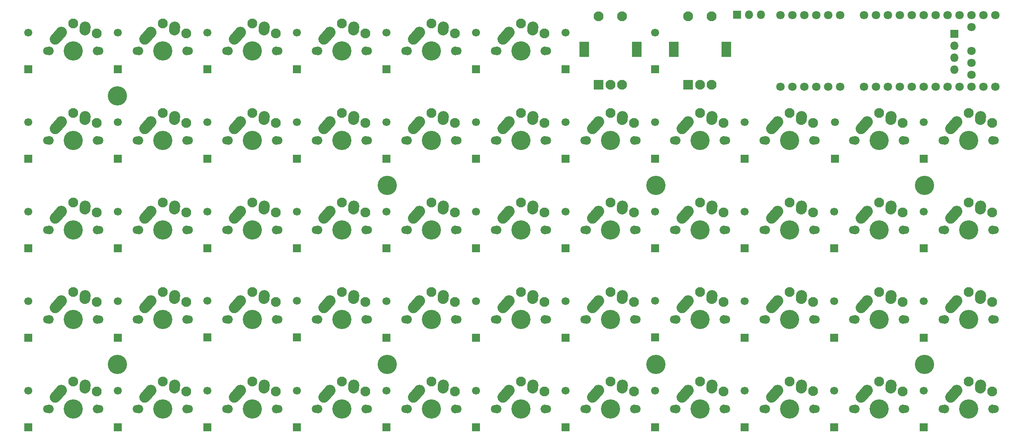
<source format=gbr>
%TF.GenerationSoftware,KiCad,Pcbnew,(5.1.6)-1*%
%TF.CreationDate,2020-06-27T17:36:21-05:00*%
%TF.ProjectId,DTM,44544d2e-6b69-4636-9164-5f7063625858,rev?*%
%TF.SameCoordinates,Original*%
%TF.FileFunction,Soldermask,Top*%
%TF.FilePolarity,Negative*%
%FSLAX46Y46*%
G04 Gerber Fmt 4.6, Leading zero omitted, Abs format (unit mm)*
G04 Created by KiCad (PCBNEW (5.1.6)-1) date 2020-06-27 17:36:21*
%MOMM*%
%LPD*%
G01*
G04 APERTURE LIST*
%ADD10C,1.800000*%
%ADD11C,2.100000*%
%ADD12C,1.850000*%
%ADD13C,2.350000*%
%ADD14C,4.087800*%
%ADD15C,4.100000*%
%ADD16O,1.800000X1.800000*%
%ADD17R,1.800000X1.800000*%
%ADD18R,1.700000X1.700000*%
%ADD19C,1.700000*%
%ADD20R,2.100000X2.100000*%
%ADD21R,2.100000X3.300000*%
G04 APERTURE END LIST*
D10*
%TO.C,K34*%
X112656250Y-85725000D03*
X101656250Y-85725000D03*
D11*
X107156250Y-79825000D03*
X112156250Y-81925000D03*
D12*
X112236250Y-85725000D03*
X102076250Y-85725000D03*
D13*
X104656250Y-81725000D03*
D14*
X107156250Y-85725000D03*
G36*
G01*
X102561546Y-84059566D02*
X102561547Y-84059566D01*
G75*
G02*
X102471684Y-82400297I784703J874566D01*
G01*
X103781674Y-80940289D01*
G75*
G02*
X105440943Y-80850426I874566J-784703D01*
G01*
X105440943Y-80850426D01*
G75*
G02*
X105530806Y-82509695I-784703J-874566D01*
G01*
X104220816Y-83969703D01*
G75*
G02*
X102561547Y-84059566I-874566J784703D01*
G01*
G37*
D13*
X109696250Y-80645000D03*
G36*
G01*
X109576332Y-82397279D02*
X109576332Y-82397279D01*
G75*
G02*
X108483971Y-81145082I79918J1172279D01*
G01*
X108523513Y-80565050D01*
G75*
G02*
X109775710Y-79472689I1172279J-79918D01*
G01*
X109775710Y-79472689D01*
G75*
G02*
X110868071Y-80724886I-79918J-1172279D01*
G01*
X110828529Y-81304918D01*
G75*
G02*
X109576332Y-82397279I-1172279J79918D01*
G01*
G37*
%TD*%
D10*
%TO.C,K14*%
X150756250Y-47625000D03*
X139756250Y-47625000D03*
D11*
X145256250Y-41725000D03*
X150256250Y-43825000D03*
D12*
X150336250Y-47625000D03*
X140176250Y-47625000D03*
D13*
X142756250Y-43625000D03*
D14*
X145256250Y-47625000D03*
G36*
G01*
X140661546Y-45959566D02*
X140661547Y-45959566D01*
G75*
G02*
X140571684Y-44300297I784703J874566D01*
G01*
X141881674Y-42840289D01*
G75*
G02*
X143540943Y-42750426I874566J-784703D01*
G01*
X143540943Y-42750426D01*
G75*
G02*
X143630806Y-44409695I-784703J-874566D01*
G01*
X142320816Y-45869703D01*
G75*
G02*
X140661547Y-45959566I-874566J784703D01*
G01*
G37*
D13*
X147796250Y-42545000D03*
G36*
G01*
X147676332Y-44297279D02*
X147676332Y-44297279D01*
G75*
G02*
X146583971Y-43045082I79918J1172279D01*
G01*
X146623513Y-42465050D01*
G75*
G02*
X147875710Y-41372689I1172279J-79918D01*
G01*
X147875710Y-41372689D01*
G75*
G02*
X148968071Y-42624886I-79918J-1172279D01*
G01*
X148928529Y-43204918D01*
G75*
G02*
X147676332Y-44297279I-1172279J79918D01*
G01*
G37*
%TD*%
D15*
%TO.C,H8*%
X173990000Y-95250000D03*
%TD*%
%TO.C,H7*%
X173990000Y-57150000D03*
%TD*%
%TO.C,H6*%
X116840000Y-95250000D03*
%TD*%
%TO.C,H5*%
X116840000Y-57150000D03*
%TD*%
%TO.C,H4*%
X231140000Y-57150000D03*
%TD*%
%TO.C,H3*%
X231140000Y-95250000D03*
%TD*%
%TO.C,H2*%
X59436000Y-38100000D03*
%TD*%
%TO.C,H1*%
X59436000Y-95250000D03*
%TD*%
D10*
%TO.C,K18*%
X226956250Y-47625000D03*
X215956250Y-47625000D03*
D11*
X221456250Y-41725000D03*
X226456250Y-43825000D03*
D12*
X226536250Y-47625000D03*
X216376250Y-47625000D03*
D13*
X218956250Y-43625000D03*
D14*
X221456250Y-47625000D03*
G36*
G01*
X216861546Y-45959566D02*
X216861547Y-45959566D01*
G75*
G02*
X216771684Y-44300297I784703J874566D01*
G01*
X218081674Y-42840289D01*
G75*
G02*
X219740943Y-42750426I874566J-784703D01*
G01*
X219740943Y-42750426D01*
G75*
G02*
X219830806Y-44409695I-784703J-874566D01*
G01*
X218520816Y-45869703D01*
G75*
G02*
X216861547Y-45959566I-874566J784703D01*
G01*
G37*
D13*
X223996250Y-42545000D03*
G36*
G01*
X223876332Y-44297279D02*
X223876332Y-44297279D01*
G75*
G02*
X222783971Y-43045082I79918J1172279D01*
G01*
X222823513Y-42465050D01*
G75*
G02*
X224075710Y-41372689I1172279J-79918D01*
G01*
X224075710Y-41372689D01*
G75*
G02*
X225168071Y-42624886I-79918J-1172279D01*
G01*
X225128529Y-43204918D01*
G75*
G02*
X223876332Y-44297279I-1172279J79918D01*
G01*
G37*
%TD*%
D10*
%TO.C,U1*%
X246231250Y-20960000D03*
X243691250Y-36175000D03*
X246231250Y-36175000D03*
X241151250Y-33635000D03*
X241151250Y-36175000D03*
X238611250Y-36175000D03*
X236071250Y-36175000D03*
X233531250Y-36175000D03*
X241151250Y-31095000D03*
X241151250Y-28555000D03*
X230991250Y-36175000D03*
X228451250Y-36175000D03*
X225911250Y-36175000D03*
X223371250Y-36175000D03*
X220831250Y-36175000D03*
X218291250Y-36175000D03*
X210671250Y-36175000D03*
X205591250Y-36175000D03*
X203051250Y-36175000D03*
X208131250Y-36175000D03*
X200511250Y-36175000D03*
X213211250Y-36175000D03*
X243691250Y-20960000D03*
X241151250Y-20960000D03*
X236071250Y-20960000D03*
X241151250Y-23500000D03*
X238611250Y-20960000D03*
X233531250Y-20960000D03*
X230991250Y-20960000D03*
X228451250Y-20960000D03*
X223371250Y-20960000D03*
X220831250Y-20960000D03*
X225911250Y-20960000D03*
X218291250Y-20960000D03*
X210671250Y-20960000D03*
X213211250Y-20960000D03*
X205591250Y-20960000D03*
X208131250Y-20960000D03*
X203051250Y-20960000D03*
X200511250Y-20960000D03*
%TD*%
D16*
%TO.C,RGB1*%
X196342000Y-20828000D03*
X193802000Y-20828000D03*
D17*
X191262000Y-20828000D03*
%TD*%
D10*
%TO.C,K52*%
X246006250Y-104775000D03*
X235006250Y-104775000D03*
D11*
X240506250Y-98875000D03*
X245506250Y-100975000D03*
D12*
X245586250Y-104775000D03*
X235426250Y-104775000D03*
D13*
X238006250Y-100775000D03*
D14*
X240506250Y-104775000D03*
G36*
G01*
X235911546Y-103109566D02*
X235911547Y-103109566D01*
G75*
G02*
X235821684Y-101450297I784703J874566D01*
G01*
X237131674Y-99990289D01*
G75*
G02*
X238790943Y-99900426I874566J-784703D01*
G01*
X238790943Y-99900426D01*
G75*
G02*
X238880806Y-101559695I-784703J-874566D01*
G01*
X237570816Y-103019703D01*
G75*
G02*
X235911547Y-103109566I-874566J784703D01*
G01*
G37*
D13*
X243046250Y-99695000D03*
G36*
G01*
X242926332Y-101447279D02*
X242926332Y-101447279D01*
G75*
G02*
X241833971Y-100195082I79918J1172279D01*
G01*
X241873513Y-99615050D01*
G75*
G02*
X243125710Y-98522689I1172279J-79918D01*
G01*
X243125710Y-98522689D01*
G75*
G02*
X244218071Y-99774886I-79918J-1172279D01*
G01*
X244178529Y-100354918D01*
G75*
G02*
X242926332Y-101447279I-1172279J79918D01*
G01*
G37*
%TD*%
D10*
%TO.C,K51*%
X226956250Y-104775000D03*
X215956250Y-104775000D03*
D11*
X221456250Y-98875000D03*
X226456250Y-100975000D03*
D12*
X226536250Y-104775000D03*
X216376250Y-104775000D03*
D13*
X218956250Y-100775000D03*
D14*
X221456250Y-104775000D03*
G36*
G01*
X216861546Y-103109566D02*
X216861547Y-103109566D01*
G75*
G02*
X216771684Y-101450297I784703J874566D01*
G01*
X218081674Y-99990289D01*
G75*
G02*
X219740943Y-99900426I874566J-784703D01*
G01*
X219740943Y-99900426D01*
G75*
G02*
X219830806Y-101559695I-784703J-874566D01*
G01*
X218520816Y-103019703D01*
G75*
G02*
X216861547Y-103109566I-874566J784703D01*
G01*
G37*
D13*
X223996250Y-99695000D03*
G36*
G01*
X223876332Y-101447279D02*
X223876332Y-101447279D01*
G75*
G02*
X222783971Y-100195082I79918J1172279D01*
G01*
X222823513Y-99615050D01*
G75*
G02*
X224075710Y-98522689I1172279J-79918D01*
G01*
X224075710Y-98522689D01*
G75*
G02*
X225168071Y-99774886I-79918J-1172279D01*
G01*
X225128529Y-100354918D01*
G75*
G02*
X223876332Y-101447279I-1172279J79918D01*
G01*
G37*
%TD*%
D10*
%TO.C,K50*%
X207906250Y-104768751D03*
X196906250Y-104768751D03*
D11*
X202406250Y-98868751D03*
X207406250Y-100968751D03*
D12*
X207486250Y-104768751D03*
X197326250Y-104768751D03*
D13*
X199906250Y-100768751D03*
D14*
X202406250Y-104768751D03*
G36*
G01*
X197811546Y-103103317D02*
X197811547Y-103103317D01*
G75*
G02*
X197721684Y-101444048I784703J874566D01*
G01*
X199031674Y-99984040D01*
G75*
G02*
X200690943Y-99894177I874566J-784703D01*
G01*
X200690943Y-99894177D01*
G75*
G02*
X200780806Y-101553446I-784703J-874566D01*
G01*
X199470816Y-103013454D01*
G75*
G02*
X197811547Y-103103317I-874566J784703D01*
G01*
G37*
D13*
X204946250Y-99688751D03*
G36*
G01*
X204826332Y-101441030D02*
X204826332Y-101441030D01*
G75*
G02*
X203733971Y-100188833I79918J1172279D01*
G01*
X203773513Y-99608801D01*
G75*
G02*
X205025710Y-98516440I1172279J-79918D01*
G01*
X205025710Y-98516440D01*
G75*
G02*
X206118071Y-99768637I-79918J-1172279D01*
G01*
X206078529Y-100348669D01*
G75*
G02*
X204826332Y-101441030I-1172279J79918D01*
G01*
G37*
%TD*%
D10*
%TO.C,K49*%
X188856250Y-104775000D03*
X177856250Y-104775000D03*
D11*
X183356250Y-98875000D03*
X188356250Y-100975000D03*
D12*
X188436250Y-104775000D03*
X178276250Y-104775000D03*
D13*
X180856250Y-100775000D03*
D14*
X183356250Y-104775000D03*
G36*
G01*
X178761546Y-103109566D02*
X178761547Y-103109566D01*
G75*
G02*
X178671684Y-101450297I784703J874566D01*
G01*
X179981674Y-99990289D01*
G75*
G02*
X181640943Y-99900426I874566J-784703D01*
G01*
X181640943Y-99900426D01*
G75*
G02*
X181730806Y-101559695I-784703J-874566D01*
G01*
X180420816Y-103019703D01*
G75*
G02*
X178761547Y-103109566I-874566J784703D01*
G01*
G37*
D13*
X185896250Y-99695000D03*
G36*
G01*
X185776332Y-101447279D02*
X185776332Y-101447279D01*
G75*
G02*
X184683971Y-100195082I79918J1172279D01*
G01*
X184723513Y-99615050D01*
G75*
G02*
X185975710Y-98522689I1172279J-79918D01*
G01*
X185975710Y-98522689D01*
G75*
G02*
X187068071Y-99774886I-79918J-1172279D01*
G01*
X187028529Y-100354918D01*
G75*
G02*
X185776332Y-101447279I-1172279J79918D01*
G01*
G37*
%TD*%
D10*
%TO.C,K48*%
X169806250Y-104775000D03*
X158806250Y-104775000D03*
D11*
X164306250Y-98875000D03*
X169306250Y-100975000D03*
D12*
X169386250Y-104775000D03*
X159226250Y-104775000D03*
D13*
X161806250Y-100775000D03*
D14*
X164306250Y-104775000D03*
G36*
G01*
X159711546Y-103109566D02*
X159711547Y-103109566D01*
G75*
G02*
X159621684Y-101450297I784703J874566D01*
G01*
X160931674Y-99990289D01*
G75*
G02*
X162590943Y-99900426I874566J-784703D01*
G01*
X162590943Y-99900426D01*
G75*
G02*
X162680806Y-101559695I-784703J-874566D01*
G01*
X161370816Y-103019703D01*
G75*
G02*
X159711547Y-103109566I-874566J784703D01*
G01*
G37*
D13*
X166846250Y-99695000D03*
G36*
G01*
X166726332Y-101447279D02*
X166726332Y-101447279D01*
G75*
G02*
X165633971Y-100195082I79918J1172279D01*
G01*
X165673513Y-99615050D01*
G75*
G02*
X166925710Y-98522689I1172279J-79918D01*
G01*
X166925710Y-98522689D01*
G75*
G02*
X168018071Y-99774886I-79918J-1172279D01*
G01*
X167978529Y-100354918D01*
G75*
G02*
X166726332Y-101447279I-1172279J79918D01*
G01*
G37*
%TD*%
D10*
%TO.C,K47*%
X150756250Y-104775000D03*
X139756250Y-104775000D03*
D11*
X145256250Y-98875000D03*
X150256250Y-100975000D03*
D12*
X150336250Y-104775000D03*
X140176250Y-104775000D03*
D13*
X142756250Y-100775000D03*
D14*
X145256250Y-104775000D03*
G36*
G01*
X140661546Y-103109566D02*
X140661547Y-103109566D01*
G75*
G02*
X140571684Y-101450297I784703J874566D01*
G01*
X141881674Y-99990289D01*
G75*
G02*
X143540943Y-99900426I874566J-784703D01*
G01*
X143540943Y-99900426D01*
G75*
G02*
X143630806Y-101559695I-784703J-874566D01*
G01*
X142320816Y-103019703D01*
G75*
G02*
X140661547Y-103109566I-874566J784703D01*
G01*
G37*
D13*
X147796250Y-99695000D03*
G36*
G01*
X147676332Y-101447279D02*
X147676332Y-101447279D01*
G75*
G02*
X146583971Y-100195082I79918J1172279D01*
G01*
X146623513Y-99615050D01*
G75*
G02*
X147875710Y-98522689I1172279J-79918D01*
G01*
X147875710Y-98522689D01*
G75*
G02*
X148968071Y-99774886I-79918J-1172279D01*
G01*
X148928529Y-100354918D01*
G75*
G02*
X147676332Y-101447279I-1172279J79918D01*
G01*
G37*
%TD*%
D10*
%TO.C,K46*%
X131706250Y-104775000D03*
X120706250Y-104775000D03*
D11*
X126206250Y-98875000D03*
X131206250Y-100975000D03*
D12*
X131286250Y-104775000D03*
X121126250Y-104775000D03*
D13*
X123706250Y-100775000D03*
D14*
X126206250Y-104775000D03*
G36*
G01*
X121611546Y-103109566D02*
X121611547Y-103109566D01*
G75*
G02*
X121521684Y-101450297I784703J874566D01*
G01*
X122831674Y-99990289D01*
G75*
G02*
X124490943Y-99900426I874566J-784703D01*
G01*
X124490943Y-99900426D01*
G75*
G02*
X124580806Y-101559695I-784703J-874566D01*
G01*
X123270816Y-103019703D01*
G75*
G02*
X121611547Y-103109566I-874566J784703D01*
G01*
G37*
D13*
X128746250Y-99695000D03*
G36*
G01*
X128626332Y-101447279D02*
X128626332Y-101447279D01*
G75*
G02*
X127533971Y-100195082I79918J1172279D01*
G01*
X127573513Y-99615050D01*
G75*
G02*
X128825710Y-98522689I1172279J-79918D01*
G01*
X128825710Y-98522689D01*
G75*
G02*
X129918071Y-99774886I-79918J-1172279D01*
G01*
X129878529Y-100354918D01*
G75*
G02*
X128626332Y-101447279I-1172279J79918D01*
G01*
G37*
%TD*%
D10*
%TO.C,K45*%
X112656250Y-104775000D03*
X101656250Y-104775000D03*
D11*
X107156250Y-98875000D03*
X112156250Y-100975000D03*
D12*
X112236250Y-104775000D03*
X102076250Y-104775000D03*
D13*
X104656250Y-100775000D03*
D14*
X107156250Y-104775000D03*
G36*
G01*
X102561546Y-103109566D02*
X102561547Y-103109566D01*
G75*
G02*
X102471684Y-101450297I784703J874566D01*
G01*
X103781674Y-99990289D01*
G75*
G02*
X105440943Y-99900426I874566J-784703D01*
G01*
X105440943Y-99900426D01*
G75*
G02*
X105530806Y-101559695I-784703J-874566D01*
G01*
X104220816Y-103019703D01*
G75*
G02*
X102561547Y-103109566I-874566J784703D01*
G01*
G37*
D13*
X109696250Y-99695000D03*
G36*
G01*
X109576332Y-101447279D02*
X109576332Y-101447279D01*
G75*
G02*
X108483971Y-100195082I79918J1172279D01*
G01*
X108523513Y-99615050D01*
G75*
G02*
X109775710Y-98522689I1172279J-79918D01*
G01*
X109775710Y-98522689D01*
G75*
G02*
X110868071Y-99774886I-79918J-1172279D01*
G01*
X110828529Y-100354918D01*
G75*
G02*
X109576332Y-101447279I-1172279J79918D01*
G01*
G37*
%TD*%
D10*
%TO.C,K44*%
X93606250Y-104775000D03*
X82606250Y-104775000D03*
D11*
X88106250Y-98875000D03*
X93106250Y-100975000D03*
D12*
X93186250Y-104775000D03*
X83026250Y-104775000D03*
D13*
X85606250Y-100775000D03*
D14*
X88106250Y-104775000D03*
G36*
G01*
X83511546Y-103109566D02*
X83511547Y-103109566D01*
G75*
G02*
X83421684Y-101450297I784703J874566D01*
G01*
X84731674Y-99990289D01*
G75*
G02*
X86390943Y-99900426I874566J-784703D01*
G01*
X86390943Y-99900426D01*
G75*
G02*
X86480806Y-101559695I-784703J-874566D01*
G01*
X85170816Y-103019703D01*
G75*
G02*
X83511547Y-103109566I-874566J784703D01*
G01*
G37*
D13*
X90646250Y-99695000D03*
G36*
G01*
X90526332Y-101447279D02*
X90526332Y-101447279D01*
G75*
G02*
X89433971Y-100195082I79918J1172279D01*
G01*
X89473513Y-99615050D01*
G75*
G02*
X90725710Y-98522689I1172279J-79918D01*
G01*
X90725710Y-98522689D01*
G75*
G02*
X91818071Y-99774886I-79918J-1172279D01*
G01*
X91778529Y-100354918D01*
G75*
G02*
X90526332Y-101447279I-1172279J79918D01*
G01*
G37*
%TD*%
D10*
%TO.C,K43*%
X74556250Y-104775000D03*
X63556250Y-104775000D03*
D11*
X69056250Y-98875000D03*
X74056250Y-100975000D03*
D12*
X74136250Y-104775000D03*
X63976250Y-104775000D03*
D13*
X66556250Y-100775000D03*
D14*
X69056250Y-104775000D03*
G36*
G01*
X64461546Y-103109566D02*
X64461547Y-103109566D01*
G75*
G02*
X64371684Y-101450297I784703J874566D01*
G01*
X65681674Y-99990289D01*
G75*
G02*
X67340943Y-99900426I874566J-784703D01*
G01*
X67340943Y-99900426D01*
G75*
G02*
X67430806Y-101559695I-784703J-874566D01*
G01*
X66120816Y-103019703D01*
G75*
G02*
X64461547Y-103109566I-874566J784703D01*
G01*
G37*
D13*
X71596250Y-99695000D03*
G36*
G01*
X71476332Y-101447279D02*
X71476332Y-101447279D01*
G75*
G02*
X70383971Y-100195082I79918J1172279D01*
G01*
X70423513Y-99615050D01*
G75*
G02*
X71675710Y-98522689I1172279J-79918D01*
G01*
X71675710Y-98522689D01*
G75*
G02*
X72768071Y-99774886I-79918J-1172279D01*
G01*
X72728529Y-100354918D01*
G75*
G02*
X71476332Y-101447279I-1172279J79918D01*
G01*
G37*
%TD*%
D10*
%TO.C,K42*%
X55506250Y-104775000D03*
X44506250Y-104775000D03*
D11*
X50006250Y-98875000D03*
X55006250Y-100975000D03*
D12*
X55086250Y-104775000D03*
X44926250Y-104775000D03*
D13*
X47506250Y-100775000D03*
D14*
X50006250Y-104775000D03*
G36*
G01*
X45411546Y-103109566D02*
X45411547Y-103109566D01*
G75*
G02*
X45321684Y-101450297I784703J874566D01*
G01*
X46631674Y-99990289D01*
G75*
G02*
X48290943Y-99900426I874566J-784703D01*
G01*
X48290943Y-99900426D01*
G75*
G02*
X48380806Y-101559695I-784703J-874566D01*
G01*
X47070816Y-103019703D01*
G75*
G02*
X45411547Y-103109566I-874566J784703D01*
G01*
G37*
D13*
X52546250Y-99695000D03*
G36*
G01*
X52426332Y-101447279D02*
X52426332Y-101447279D01*
G75*
G02*
X51333971Y-100195082I79918J1172279D01*
G01*
X51373513Y-99615050D01*
G75*
G02*
X52625710Y-98522689I1172279J-79918D01*
G01*
X52625710Y-98522689D01*
G75*
G02*
X53718071Y-99774886I-79918J-1172279D01*
G01*
X53678529Y-100354918D01*
G75*
G02*
X52426332Y-101447279I-1172279J79918D01*
G01*
G37*
%TD*%
D10*
%TO.C,K41*%
X246006250Y-85725000D03*
X235006250Y-85725000D03*
D11*
X240506250Y-79825000D03*
X245506250Y-81925000D03*
D12*
X245586250Y-85725000D03*
X235426250Y-85725000D03*
D13*
X238006250Y-81725000D03*
D14*
X240506250Y-85725000D03*
G36*
G01*
X235911546Y-84059566D02*
X235911547Y-84059566D01*
G75*
G02*
X235821684Y-82400297I784703J874566D01*
G01*
X237131674Y-80940289D01*
G75*
G02*
X238790943Y-80850426I874566J-784703D01*
G01*
X238790943Y-80850426D01*
G75*
G02*
X238880806Y-82509695I-784703J-874566D01*
G01*
X237570816Y-83969703D01*
G75*
G02*
X235911547Y-84059566I-874566J784703D01*
G01*
G37*
D13*
X243046250Y-80645000D03*
G36*
G01*
X242926332Y-82397279D02*
X242926332Y-82397279D01*
G75*
G02*
X241833971Y-81145082I79918J1172279D01*
G01*
X241873513Y-80565050D01*
G75*
G02*
X243125710Y-79472689I1172279J-79918D01*
G01*
X243125710Y-79472689D01*
G75*
G02*
X244218071Y-80724886I-79918J-1172279D01*
G01*
X244178529Y-81304918D01*
G75*
G02*
X242926332Y-82397279I-1172279J79918D01*
G01*
G37*
%TD*%
D10*
%TO.C,K40*%
X226956250Y-85725000D03*
X215956250Y-85725000D03*
D11*
X221456250Y-79825000D03*
X226456250Y-81925000D03*
D12*
X226536250Y-85725000D03*
X216376250Y-85725000D03*
D13*
X218956250Y-81725000D03*
D14*
X221456250Y-85725000D03*
G36*
G01*
X216861546Y-84059566D02*
X216861547Y-84059566D01*
G75*
G02*
X216771684Y-82400297I784703J874566D01*
G01*
X218081674Y-80940289D01*
G75*
G02*
X219740943Y-80850426I874566J-784703D01*
G01*
X219740943Y-80850426D01*
G75*
G02*
X219830806Y-82509695I-784703J-874566D01*
G01*
X218520816Y-83969703D01*
G75*
G02*
X216861547Y-84059566I-874566J784703D01*
G01*
G37*
D13*
X223996250Y-80645000D03*
G36*
G01*
X223876332Y-82397279D02*
X223876332Y-82397279D01*
G75*
G02*
X222783971Y-81145082I79918J1172279D01*
G01*
X222823513Y-80565050D01*
G75*
G02*
X224075710Y-79472689I1172279J-79918D01*
G01*
X224075710Y-79472689D01*
G75*
G02*
X225168071Y-80724886I-79918J-1172279D01*
G01*
X225128529Y-81304918D01*
G75*
G02*
X223876332Y-82397279I-1172279J79918D01*
G01*
G37*
%TD*%
D10*
%TO.C,K39*%
X207906250Y-85725000D03*
X196906250Y-85725000D03*
D11*
X202406250Y-79825000D03*
X207406250Y-81925000D03*
D12*
X207486250Y-85725000D03*
X197326250Y-85725000D03*
D13*
X199906250Y-81725000D03*
D14*
X202406250Y-85725000D03*
G36*
G01*
X197811546Y-84059566D02*
X197811547Y-84059566D01*
G75*
G02*
X197721684Y-82400297I784703J874566D01*
G01*
X199031674Y-80940289D01*
G75*
G02*
X200690943Y-80850426I874566J-784703D01*
G01*
X200690943Y-80850426D01*
G75*
G02*
X200780806Y-82509695I-784703J-874566D01*
G01*
X199470816Y-83969703D01*
G75*
G02*
X197811547Y-84059566I-874566J784703D01*
G01*
G37*
D13*
X204946250Y-80645000D03*
G36*
G01*
X204826332Y-82397279D02*
X204826332Y-82397279D01*
G75*
G02*
X203733971Y-81145082I79918J1172279D01*
G01*
X203773513Y-80565050D01*
G75*
G02*
X205025710Y-79472689I1172279J-79918D01*
G01*
X205025710Y-79472689D01*
G75*
G02*
X206118071Y-80724886I-79918J-1172279D01*
G01*
X206078529Y-81304918D01*
G75*
G02*
X204826332Y-82397279I-1172279J79918D01*
G01*
G37*
%TD*%
D10*
%TO.C,K38*%
X188856250Y-85725000D03*
X177856250Y-85725000D03*
D11*
X183356250Y-79825000D03*
X188356250Y-81925000D03*
D12*
X188436250Y-85725000D03*
X178276250Y-85725000D03*
D13*
X180856250Y-81725000D03*
D14*
X183356250Y-85725000D03*
G36*
G01*
X178761546Y-84059566D02*
X178761547Y-84059566D01*
G75*
G02*
X178671684Y-82400297I784703J874566D01*
G01*
X179981674Y-80940289D01*
G75*
G02*
X181640943Y-80850426I874566J-784703D01*
G01*
X181640943Y-80850426D01*
G75*
G02*
X181730806Y-82509695I-784703J-874566D01*
G01*
X180420816Y-83969703D01*
G75*
G02*
X178761547Y-84059566I-874566J784703D01*
G01*
G37*
D13*
X185896250Y-80645000D03*
G36*
G01*
X185776332Y-82397279D02*
X185776332Y-82397279D01*
G75*
G02*
X184683971Y-81145082I79918J1172279D01*
G01*
X184723513Y-80565050D01*
G75*
G02*
X185975710Y-79472689I1172279J-79918D01*
G01*
X185975710Y-79472689D01*
G75*
G02*
X187068071Y-80724886I-79918J-1172279D01*
G01*
X187028529Y-81304918D01*
G75*
G02*
X185776332Y-82397279I-1172279J79918D01*
G01*
G37*
%TD*%
D10*
%TO.C,K37*%
X169806250Y-85725000D03*
X158806250Y-85725000D03*
D11*
X164306250Y-79825000D03*
X169306250Y-81925000D03*
D12*
X169386250Y-85725000D03*
X159226250Y-85725000D03*
D13*
X161806250Y-81725000D03*
D14*
X164306250Y-85725000D03*
G36*
G01*
X159711546Y-84059566D02*
X159711547Y-84059566D01*
G75*
G02*
X159621684Y-82400297I784703J874566D01*
G01*
X160931674Y-80940289D01*
G75*
G02*
X162590943Y-80850426I874566J-784703D01*
G01*
X162590943Y-80850426D01*
G75*
G02*
X162680806Y-82509695I-784703J-874566D01*
G01*
X161370816Y-83969703D01*
G75*
G02*
X159711547Y-84059566I-874566J784703D01*
G01*
G37*
D13*
X166846250Y-80645000D03*
G36*
G01*
X166726332Y-82397279D02*
X166726332Y-82397279D01*
G75*
G02*
X165633971Y-81145082I79918J1172279D01*
G01*
X165673513Y-80565050D01*
G75*
G02*
X166925710Y-79472689I1172279J-79918D01*
G01*
X166925710Y-79472689D01*
G75*
G02*
X168018071Y-80724886I-79918J-1172279D01*
G01*
X167978529Y-81304918D01*
G75*
G02*
X166726332Y-82397279I-1172279J79918D01*
G01*
G37*
%TD*%
D10*
%TO.C,K36*%
X150756250Y-85725000D03*
X139756250Y-85725000D03*
D11*
X145256250Y-79825000D03*
X150256250Y-81925000D03*
D12*
X150336250Y-85725000D03*
X140176250Y-85725000D03*
D13*
X142756250Y-81725000D03*
D14*
X145256250Y-85725000D03*
G36*
G01*
X140661546Y-84059566D02*
X140661547Y-84059566D01*
G75*
G02*
X140571684Y-82400297I784703J874566D01*
G01*
X141881674Y-80940289D01*
G75*
G02*
X143540943Y-80850426I874566J-784703D01*
G01*
X143540943Y-80850426D01*
G75*
G02*
X143630806Y-82509695I-784703J-874566D01*
G01*
X142320816Y-83969703D01*
G75*
G02*
X140661547Y-84059566I-874566J784703D01*
G01*
G37*
D13*
X147796250Y-80645000D03*
G36*
G01*
X147676332Y-82397279D02*
X147676332Y-82397279D01*
G75*
G02*
X146583971Y-81145082I79918J1172279D01*
G01*
X146623513Y-80565050D01*
G75*
G02*
X147875710Y-79472689I1172279J-79918D01*
G01*
X147875710Y-79472689D01*
G75*
G02*
X148968071Y-80724886I-79918J-1172279D01*
G01*
X148928529Y-81304918D01*
G75*
G02*
X147676332Y-82397279I-1172279J79918D01*
G01*
G37*
%TD*%
D10*
%TO.C,K35*%
X131706250Y-85725000D03*
X120706250Y-85725000D03*
D11*
X126206250Y-79825000D03*
X131206250Y-81925000D03*
D12*
X131286250Y-85725000D03*
X121126250Y-85725000D03*
D13*
X123706250Y-81725000D03*
D14*
X126206250Y-85725000D03*
G36*
G01*
X121611546Y-84059566D02*
X121611547Y-84059566D01*
G75*
G02*
X121521684Y-82400297I784703J874566D01*
G01*
X122831674Y-80940289D01*
G75*
G02*
X124490943Y-80850426I874566J-784703D01*
G01*
X124490943Y-80850426D01*
G75*
G02*
X124580806Y-82509695I-784703J-874566D01*
G01*
X123270816Y-83969703D01*
G75*
G02*
X121611547Y-84059566I-874566J784703D01*
G01*
G37*
D13*
X128746250Y-80645000D03*
G36*
G01*
X128626332Y-82397279D02*
X128626332Y-82397279D01*
G75*
G02*
X127533971Y-81145082I79918J1172279D01*
G01*
X127573513Y-80565050D01*
G75*
G02*
X128825710Y-79472689I1172279J-79918D01*
G01*
X128825710Y-79472689D01*
G75*
G02*
X129918071Y-80724886I-79918J-1172279D01*
G01*
X129878529Y-81304918D01*
G75*
G02*
X128626332Y-82397279I-1172279J79918D01*
G01*
G37*
%TD*%
D10*
%TO.C,K33*%
X93606250Y-85725000D03*
X82606250Y-85725000D03*
D11*
X88106250Y-79825000D03*
X93106250Y-81925000D03*
D12*
X93186250Y-85725000D03*
X83026250Y-85725000D03*
D13*
X85606250Y-81725000D03*
D14*
X88106250Y-85725000D03*
G36*
G01*
X83511546Y-84059566D02*
X83511547Y-84059566D01*
G75*
G02*
X83421684Y-82400297I784703J874566D01*
G01*
X84731674Y-80940289D01*
G75*
G02*
X86390943Y-80850426I874566J-784703D01*
G01*
X86390943Y-80850426D01*
G75*
G02*
X86480806Y-82509695I-784703J-874566D01*
G01*
X85170816Y-83969703D01*
G75*
G02*
X83511547Y-84059566I-874566J784703D01*
G01*
G37*
D13*
X90646250Y-80645000D03*
G36*
G01*
X90526332Y-82397279D02*
X90526332Y-82397279D01*
G75*
G02*
X89433971Y-81145082I79918J1172279D01*
G01*
X89473513Y-80565050D01*
G75*
G02*
X90725710Y-79472689I1172279J-79918D01*
G01*
X90725710Y-79472689D01*
G75*
G02*
X91818071Y-80724886I-79918J-1172279D01*
G01*
X91778529Y-81304918D01*
G75*
G02*
X90526332Y-82397279I-1172279J79918D01*
G01*
G37*
%TD*%
D10*
%TO.C,K32*%
X74556250Y-85725000D03*
X63556250Y-85725000D03*
D11*
X69056250Y-79825000D03*
X74056250Y-81925000D03*
D12*
X74136250Y-85725000D03*
X63976250Y-85725000D03*
D13*
X66556250Y-81725000D03*
D14*
X69056250Y-85725000D03*
G36*
G01*
X64461546Y-84059566D02*
X64461547Y-84059566D01*
G75*
G02*
X64371684Y-82400297I784703J874566D01*
G01*
X65681674Y-80940289D01*
G75*
G02*
X67340943Y-80850426I874566J-784703D01*
G01*
X67340943Y-80850426D01*
G75*
G02*
X67430806Y-82509695I-784703J-874566D01*
G01*
X66120816Y-83969703D01*
G75*
G02*
X64461547Y-84059566I-874566J784703D01*
G01*
G37*
D13*
X71596250Y-80645000D03*
G36*
G01*
X71476332Y-82397279D02*
X71476332Y-82397279D01*
G75*
G02*
X70383971Y-81145082I79918J1172279D01*
G01*
X70423513Y-80565050D01*
G75*
G02*
X71675710Y-79472689I1172279J-79918D01*
G01*
X71675710Y-79472689D01*
G75*
G02*
X72768071Y-80724886I-79918J-1172279D01*
G01*
X72728529Y-81304918D01*
G75*
G02*
X71476332Y-82397279I-1172279J79918D01*
G01*
G37*
%TD*%
D10*
%TO.C,K31*%
X55506250Y-85725000D03*
X44506250Y-85725000D03*
D11*
X50006250Y-79825000D03*
X55006250Y-81925000D03*
D12*
X55086250Y-85725000D03*
X44926250Y-85725000D03*
D13*
X47506250Y-81725000D03*
D14*
X50006250Y-85725000D03*
G36*
G01*
X45411546Y-84059566D02*
X45411547Y-84059566D01*
G75*
G02*
X45321684Y-82400297I784703J874566D01*
G01*
X46631674Y-80940289D01*
G75*
G02*
X48290943Y-80850426I874566J-784703D01*
G01*
X48290943Y-80850426D01*
G75*
G02*
X48380806Y-82509695I-784703J-874566D01*
G01*
X47070816Y-83969703D01*
G75*
G02*
X45411547Y-84059566I-874566J784703D01*
G01*
G37*
D13*
X52546250Y-80645000D03*
G36*
G01*
X52426332Y-82397279D02*
X52426332Y-82397279D01*
G75*
G02*
X51333971Y-81145082I79918J1172279D01*
G01*
X51373513Y-80565050D01*
G75*
G02*
X52625710Y-79472689I1172279J-79918D01*
G01*
X52625710Y-79472689D01*
G75*
G02*
X53718071Y-80724886I-79918J-1172279D01*
G01*
X53678529Y-81304918D01*
G75*
G02*
X52426332Y-82397279I-1172279J79918D01*
G01*
G37*
%TD*%
D10*
%TO.C,K30*%
X246006250Y-66675000D03*
X235006250Y-66675000D03*
D11*
X240506250Y-60775000D03*
X245506250Y-62875000D03*
D12*
X245586250Y-66675000D03*
X235426250Y-66675000D03*
D13*
X238006250Y-62675000D03*
D14*
X240506250Y-66675000D03*
G36*
G01*
X235911546Y-65009566D02*
X235911547Y-65009566D01*
G75*
G02*
X235821684Y-63350297I784703J874566D01*
G01*
X237131674Y-61890289D01*
G75*
G02*
X238790943Y-61800426I874566J-784703D01*
G01*
X238790943Y-61800426D01*
G75*
G02*
X238880806Y-63459695I-784703J-874566D01*
G01*
X237570816Y-64919703D01*
G75*
G02*
X235911547Y-65009566I-874566J784703D01*
G01*
G37*
D13*
X243046250Y-61595000D03*
G36*
G01*
X242926332Y-63347279D02*
X242926332Y-63347279D01*
G75*
G02*
X241833971Y-62095082I79918J1172279D01*
G01*
X241873513Y-61515050D01*
G75*
G02*
X243125710Y-60422689I1172279J-79918D01*
G01*
X243125710Y-60422689D01*
G75*
G02*
X244218071Y-61674886I-79918J-1172279D01*
G01*
X244178529Y-62254918D01*
G75*
G02*
X242926332Y-63347279I-1172279J79918D01*
G01*
G37*
%TD*%
D10*
%TO.C,K29*%
X226956250Y-66675000D03*
X215956250Y-66675000D03*
D11*
X221456250Y-60775000D03*
X226456250Y-62875000D03*
D12*
X226536250Y-66675000D03*
X216376250Y-66675000D03*
D13*
X218956250Y-62675000D03*
D14*
X221456250Y-66675000D03*
G36*
G01*
X216861546Y-65009566D02*
X216861547Y-65009566D01*
G75*
G02*
X216771684Y-63350297I784703J874566D01*
G01*
X218081674Y-61890289D01*
G75*
G02*
X219740943Y-61800426I874566J-784703D01*
G01*
X219740943Y-61800426D01*
G75*
G02*
X219830806Y-63459695I-784703J-874566D01*
G01*
X218520816Y-64919703D01*
G75*
G02*
X216861547Y-65009566I-874566J784703D01*
G01*
G37*
D13*
X223996250Y-61595000D03*
G36*
G01*
X223876332Y-63347279D02*
X223876332Y-63347279D01*
G75*
G02*
X222783971Y-62095082I79918J1172279D01*
G01*
X222823513Y-61515050D01*
G75*
G02*
X224075710Y-60422689I1172279J-79918D01*
G01*
X224075710Y-60422689D01*
G75*
G02*
X225168071Y-61674886I-79918J-1172279D01*
G01*
X225128529Y-62254918D01*
G75*
G02*
X223876332Y-63347279I-1172279J79918D01*
G01*
G37*
%TD*%
D10*
%TO.C,K28*%
X207906250Y-66675000D03*
X196906250Y-66675000D03*
D11*
X202406250Y-60775000D03*
X207406250Y-62875000D03*
D12*
X207486250Y-66675000D03*
X197326250Y-66675000D03*
D13*
X199906250Y-62675000D03*
D14*
X202406250Y-66675000D03*
G36*
G01*
X197811546Y-65009566D02*
X197811547Y-65009566D01*
G75*
G02*
X197721684Y-63350297I784703J874566D01*
G01*
X199031674Y-61890289D01*
G75*
G02*
X200690943Y-61800426I874566J-784703D01*
G01*
X200690943Y-61800426D01*
G75*
G02*
X200780806Y-63459695I-784703J-874566D01*
G01*
X199470816Y-64919703D01*
G75*
G02*
X197811547Y-65009566I-874566J784703D01*
G01*
G37*
D13*
X204946250Y-61595000D03*
G36*
G01*
X204826332Y-63347279D02*
X204826332Y-63347279D01*
G75*
G02*
X203733971Y-62095082I79918J1172279D01*
G01*
X203773513Y-61515050D01*
G75*
G02*
X205025710Y-60422689I1172279J-79918D01*
G01*
X205025710Y-60422689D01*
G75*
G02*
X206118071Y-61674886I-79918J-1172279D01*
G01*
X206078529Y-62254918D01*
G75*
G02*
X204826332Y-63347279I-1172279J79918D01*
G01*
G37*
%TD*%
D10*
%TO.C,K27*%
X188856250Y-66675000D03*
X177856250Y-66675000D03*
D11*
X183356250Y-60775000D03*
X188356250Y-62875000D03*
D12*
X188436250Y-66675000D03*
X178276250Y-66675000D03*
D13*
X180856250Y-62675000D03*
D14*
X183356250Y-66675000D03*
G36*
G01*
X178761546Y-65009566D02*
X178761547Y-65009566D01*
G75*
G02*
X178671684Y-63350297I784703J874566D01*
G01*
X179981674Y-61890289D01*
G75*
G02*
X181640943Y-61800426I874566J-784703D01*
G01*
X181640943Y-61800426D01*
G75*
G02*
X181730806Y-63459695I-784703J-874566D01*
G01*
X180420816Y-64919703D01*
G75*
G02*
X178761547Y-65009566I-874566J784703D01*
G01*
G37*
D13*
X185896250Y-61595000D03*
G36*
G01*
X185776332Y-63347279D02*
X185776332Y-63347279D01*
G75*
G02*
X184683971Y-62095082I79918J1172279D01*
G01*
X184723513Y-61515050D01*
G75*
G02*
X185975710Y-60422689I1172279J-79918D01*
G01*
X185975710Y-60422689D01*
G75*
G02*
X187068071Y-61674886I-79918J-1172279D01*
G01*
X187028529Y-62254918D01*
G75*
G02*
X185776332Y-63347279I-1172279J79918D01*
G01*
G37*
%TD*%
D10*
%TO.C,K26*%
X169806250Y-66675000D03*
X158806250Y-66675000D03*
D11*
X164306250Y-60775000D03*
X169306250Y-62875000D03*
D12*
X169386250Y-66675000D03*
X159226250Y-66675000D03*
D13*
X161806250Y-62675000D03*
D14*
X164306250Y-66675000D03*
G36*
G01*
X159711546Y-65009566D02*
X159711547Y-65009566D01*
G75*
G02*
X159621684Y-63350297I784703J874566D01*
G01*
X160931674Y-61890289D01*
G75*
G02*
X162590943Y-61800426I874566J-784703D01*
G01*
X162590943Y-61800426D01*
G75*
G02*
X162680806Y-63459695I-784703J-874566D01*
G01*
X161370816Y-64919703D01*
G75*
G02*
X159711547Y-65009566I-874566J784703D01*
G01*
G37*
D13*
X166846250Y-61595000D03*
G36*
G01*
X166726332Y-63347279D02*
X166726332Y-63347279D01*
G75*
G02*
X165633971Y-62095082I79918J1172279D01*
G01*
X165673513Y-61515050D01*
G75*
G02*
X166925710Y-60422689I1172279J-79918D01*
G01*
X166925710Y-60422689D01*
G75*
G02*
X168018071Y-61674886I-79918J-1172279D01*
G01*
X167978529Y-62254918D01*
G75*
G02*
X166726332Y-63347279I-1172279J79918D01*
G01*
G37*
%TD*%
D10*
%TO.C,K25*%
X150756250Y-66675000D03*
X139756250Y-66675000D03*
D11*
X145256250Y-60775000D03*
X150256250Y-62875000D03*
D12*
X150336250Y-66675000D03*
X140176250Y-66675000D03*
D13*
X142756250Y-62675000D03*
D14*
X145256250Y-66675000D03*
G36*
G01*
X140661546Y-65009566D02*
X140661547Y-65009566D01*
G75*
G02*
X140571684Y-63350297I784703J874566D01*
G01*
X141881674Y-61890289D01*
G75*
G02*
X143540943Y-61800426I874566J-784703D01*
G01*
X143540943Y-61800426D01*
G75*
G02*
X143630806Y-63459695I-784703J-874566D01*
G01*
X142320816Y-64919703D01*
G75*
G02*
X140661547Y-65009566I-874566J784703D01*
G01*
G37*
D13*
X147796250Y-61595000D03*
G36*
G01*
X147676332Y-63347279D02*
X147676332Y-63347279D01*
G75*
G02*
X146583971Y-62095082I79918J1172279D01*
G01*
X146623513Y-61515050D01*
G75*
G02*
X147875710Y-60422689I1172279J-79918D01*
G01*
X147875710Y-60422689D01*
G75*
G02*
X148968071Y-61674886I-79918J-1172279D01*
G01*
X148928529Y-62254918D01*
G75*
G02*
X147676332Y-63347279I-1172279J79918D01*
G01*
G37*
%TD*%
D10*
%TO.C,K24*%
X131706250Y-66675000D03*
X120706250Y-66675000D03*
D11*
X126206250Y-60775000D03*
X131206250Y-62875000D03*
D12*
X131286250Y-66675000D03*
X121126250Y-66675000D03*
D13*
X123706250Y-62675000D03*
D14*
X126206250Y-66675000D03*
G36*
G01*
X121611546Y-65009566D02*
X121611547Y-65009566D01*
G75*
G02*
X121521684Y-63350297I784703J874566D01*
G01*
X122831674Y-61890289D01*
G75*
G02*
X124490943Y-61800426I874566J-784703D01*
G01*
X124490943Y-61800426D01*
G75*
G02*
X124580806Y-63459695I-784703J-874566D01*
G01*
X123270816Y-64919703D01*
G75*
G02*
X121611547Y-65009566I-874566J784703D01*
G01*
G37*
D13*
X128746250Y-61595000D03*
G36*
G01*
X128626332Y-63347279D02*
X128626332Y-63347279D01*
G75*
G02*
X127533971Y-62095082I79918J1172279D01*
G01*
X127573513Y-61515050D01*
G75*
G02*
X128825710Y-60422689I1172279J-79918D01*
G01*
X128825710Y-60422689D01*
G75*
G02*
X129918071Y-61674886I-79918J-1172279D01*
G01*
X129878529Y-62254918D01*
G75*
G02*
X128626332Y-63347279I-1172279J79918D01*
G01*
G37*
%TD*%
D10*
%TO.C,K23*%
X112656250Y-66675000D03*
X101656250Y-66675000D03*
D11*
X107156250Y-60775000D03*
X112156250Y-62875000D03*
D12*
X112236250Y-66675000D03*
X102076250Y-66675000D03*
D13*
X104656250Y-62675000D03*
D14*
X107156250Y-66675000D03*
G36*
G01*
X102561546Y-65009566D02*
X102561547Y-65009566D01*
G75*
G02*
X102471684Y-63350297I784703J874566D01*
G01*
X103781674Y-61890289D01*
G75*
G02*
X105440943Y-61800426I874566J-784703D01*
G01*
X105440943Y-61800426D01*
G75*
G02*
X105530806Y-63459695I-784703J-874566D01*
G01*
X104220816Y-64919703D01*
G75*
G02*
X102561547Y-65009566I-874566J784703D01*
G01*
G37*
D13*
X109696250Y-61595000D03*
G36*
G01*
X109576332Y-63347279D02*
X109576332Y-63347279D01*
G75*
G02*
X108483971Y-62095082I79918J1172279D01*
G01*
X108523513Y-61515050D01*
G75*
G02*
X109775710Y-60422689I1172279J-79918D01*
G01*
X109775710Y-60422689D01*
G75*
G02*
X110868071Y-61674886I-79918J-1172279D01*
G01*
X110828529Y-62254918D01*
G75*
G02*
X109576332Y-63347279I-1172279J79918D01*
G01*
G37*
%TD*%
D10*
%TO.C,K22*%
X93606250Y-66675000D03*
X82606250Y-66675000D03*
D11*
X88106250Y-60775000D03*
X93106250Y-62875000D03*
D12*
X93186250Y-66675000D03*
X83026250Y-66675000D03*
D13*
X85606250Y-62675000D03*
D14*
X88106250Y-66675000D03*
G36*
G01*
X83511546Y-65009566D02*
X83511547Y-65009566D01*
G75*
G02*
X83421684Y-63350297I784703J874566D01*
G01*
X84731674Y-61890289D01*
G75*
G02*
X86390943Y-61800426I874566J-784703D01*
G01*
X86390943Y-61800426D01*
G75*
G02*
X86480806Y-63459695I-784703J-874566D01*
G01*
X85170816Y-64919703D01*
G75*
G02*
X83511547Y-65009566I-874566J784703D01*
G01*
G37*
D13*
X90646250Y-61595000D03*
G36*
G01*
X90526332Y-63347279D02*
X90526332Y-63347279D01*
G75*
G02*
X89433971Y-62095082I79918J1172279D01*
G01*
X89473513Y-61515050D01*
G75*
G02*
X90725710Y-60422689I1172279J-79918D01*
G01*
X90725710Y-60422689D01*
G75*
G02*
X91818071Y-61674886I-79918J-1172279D01*
G01*
X91778529Y-62254918D01*
G75*
G02*
X90526332Y-63347279I-1172279J79918D01*
G01*
G37*
%TD*%
D10*
%TO.C,K21*%
X74556250Y-66675000D03*
X63556250Y-66675000D03*
D11*
X69056250Y-60775000D03*
X74056250Y-62875000D03*
D12*
X74136250Y-66675000D03*
X63976250Y-66675000D03*
D13*
X66556250Y-62675000D03*
D14*
X69056250Y-66675000D03*
G36*
G01*
X64461546Y-65009566D02*
X64461547Y-65009566D01*
G75*
G02*
X64371684Y-63350297I784703J874566D01*
G01*
X65681674Y-61890289D01*
G75*
G02*
X67340943Y-61800426I874566J-784703D01*
G01*
X67340943Y-61800426D01*
G75*
G02*
X67430806Y-63459695I-784703J-874566D01*
G01*
X66120816Y-64919703D01*
G75*
G02*
X64461547Y-65009566I-874566J784703D01*
G01*
G37*
D13*
X71596250Y-61595000D03*
G36*
G01*
X71476332Y-63347279D02*
X71476332Y-63347279D01*
G75*
G02*
X70383971Y-62095082I79918J1172279D01*
G01*
X70423513Y-61515050D01*
G75*
G02*
X71675710Y-60422689I1172279J-79918D01*
G01*
X71675710Y-60422689D01*
G75*
G02*
X72768071Y-61674886I-79918J-1172279D01*
G01*
X72728529Y-62254918D01*
G75*
G02*
X71476332Y-63347279I-1172279J79918D01*
G01*
G37*
%TD*%
D10*
%TO.C,K20*%
X55506250Y-66675000D03*
X44506250Y-66675000D03*
D11*
X50006250Y-60775000D03*
X55006250Y-62875000D03*
D12*
X55086250Y-66675000D03*
X44926250Y-66675000D03*
D13*
X47506250Y-62675000D03*
D14*
X50006250Y-66675000D03*
G36*
G01*
X45411546Y-65009566D02*
X45411547Y-65009566D01*
G75*
G02*
X45321684Y-63350297I784703J874566D01*
G01*
X46631674Y-61890289D01*
G75*
G02*
X48290943Y-61800426I874566J-784703D01*
G01*
X48290943Y-61800426D01*
G75*
G02*
X48380806Y-63459695I-784703J-874566D01*
G01*
X47070816Y-64919703D01*
G75*
G02*
X45411547Y-65009566I-874566J784703D01*
G01*
G37*
D13*
X52546250Y-61595000D03*
G36*
G01*
X52426332Y-63347279D02*
X52426332Y-63347279D01*
G75*
G02*
X51333971Y-62095082I79918J1172279D01*
G01*
X51373513Y-61515050D01*
G75*
G02*
X52625710Y-60422689I1172279J-79918D01*
G01*
X52625710Y-60422689D01*
G75*
G02*
X53718071Y-61674886I-79918J-1172279D01*
G01*
X53678529Y-62254918D01*
G75*
G02*
X52426332Y-63347279I-1172279J79918D01*
G01*
G37*
%TD*%
D10*
%TO.C,K19*%
X246006250Y-47625000D03*
X235006250Y-47625000D03*
D11*
X240506250Y-41725000D03*
X245506250Y-43825000D03*
D12*
X245586250Y-47625000D03*
X235426250Y-47625000D03*
D13*
X238006250Y-43625000D03*
D14*
X240506250Y-47625000D03*
G36*
G01*
X235911546Y-45959566D02*
X235911547Y-45959566D01*
G75*
G02*
X235821684Y-44300297I784703J874566D01*
G01*
X237131674Y-42840289D01*
G75*
G02*
X238790943Y-42750426I874566J-784703D01*
G01*
X238790943Y-42750426D01*
G75*
G02*
X238880806Y-44409695I-784703J-874566D01*
G01*
X237570816Y-45869703D01*
G75*
G02*
X235911547Y-45959566I-874566J784703D01*
G01*
G37*
D13*
X243046250Y-42545000D03*
G36*
G01*
X242926332Y-44297279D02*
X242926332Y-44297279D01*
G75*
G02*
X241833971Y-43045082I79918J1172279D01*
G01*
X241873513Y-42465050D01*
G75*
G02*
X243125710Y-41372689I1172279J-79918D01*
G01*
X243125710Y-41372689D01*
G75*
G02*
X244218071Y-42624886I-79918J-1172279D01*
G01*
X244178529Y-43204918D01*
G75*
G02*
X242926332Y-44297279I-1172279J79918D01*
G01*
G37*
%TD*%
D10*
%TO.C,K17*%
X207906250Y-47625000D03*
X196906250Y-47625000D03*
D11*
X202406250Y-41725000D03*
X207406250Y-43825000D03*
D12*
X207486250Y-47625000D03*
X197326250Y-47625000D03*
D13*
X199906250Y-43625000D03*
D14*
X202406250Y-47625000D03*
G36*
G01*
X197811546Y-45959566D02*
X197811547Y-45959566D01*
G75*
G02*
X197721684Y-44300297I784703J874566D01*
G01*
X199031674Y-42840289D01*
G75*
G02*
X200690943Y-42750426I874566J-784703D01*
G01*
X200690943Y-42750426D01*
G75*
G02*
X200780806Y-44409695I-784703J-874566D01*
G01*
X199470816Y-45869703D01*
G75*
G02*
X197811547Y-45959566I-874566J784703D01*
G01*
G37*
D13*
X204946250Y-42545000D03*
G36*
G01*
X204826332Y-44297279D02*
X204826332Y-44297279D01*
G75*
G02*
X203733971Y-43045082I79918J1172279D01*
G01*
X203773513Y-42465050D01*
G75*
G02*
X205025710Y-41372689I1172279J-79918D01*
G01*
X205025710Y-41372689D01*
G75*
G02*
X206118071Y-42624886I-79918J-1172279D01*
G01*
X206078529Y-43204918D01*
G75*
G02*
X204826332Y-44297279I-1172279J79918D01*
G01*
G37*
%TD*%
D10*
%TO.C,K16*%
X188856250Y-47625000D03*
X177856250Y-47625000D03*
D11*
X183356250Y-41725000D03*
X188356250Y-43825000D03*
D12*
X188436250Y-47625000D03*
X178276250Y-47625000D03*
D13*
X180856250Y-43625000D03*
D14*
X183356250Y-47625000D03*
G36*
G01*
X178761546Y-45959566D02*
X178761547Y-45959566D01*
G75*
G02*
X178671684Y-44300297I784703J874566D01*
G01*
X179981674Y-42840289D01*
G75*
G02*
X181640943Y-42750426I874566J-784703D01*
G01*
X181640943Y-42750426D01*
G75*
G02*
X181730806Y-44409695I-784703J-874566D01*
G01*
X180420816Y-45869703D01*
G75*
G02*
X178761547Y-45959566I-874566J784703D01*
G01*
G37*
D13*
X185896250Y-42545000D03*
G36*
G01*
X185776332Y-44297279D02*
X185776332Y-44297279D01*
G75*
G02*
X184683971Y-43045082I79918J1172279D01*
G01*
X184723513Y-42465050D01*
G75*
G02*
X185975710Y-41372689I1172279J-79918D01*
G01*
X185975710Y-41372689D01*
G75*
G02*
X187068071Y-42624886I-79918J-1172279D01*
G01*
X187028529Y-43204918D01*
G75*
G02*
X185776332Y-44297279I-1172279J79918D01*
G01*
G37*
%TD*%
D10*
%TO.C,K15*%
X169806250Y-47625000D03*
X158806250Y-47625000D03*
D11*
X164306250Y-41725000D03*
X169306250Y-43825000D03*
D12*
X169386250Y-47625000D03*
X159226250Y-47625000D03*
D13*
X161806250Y-43625000D03*
D14*
X164306250Y-47625000D03*
G36*
G01*
X159711546Y-45959566D02*
X159711547Y-45959566D01*
G75*
G02*
X159621684Y-44300297I784703J874566D01*
G01*
X160931674Y-42840289D01*
G75*
G02*
X162590943Y-42750426I874566J-784703D01*
G01*
X162590943Y-42750426D01*
G75*
G02*
X162680806Y-44409695I-784703J-874566D01*
G01*
X161370816Y-45869703D01*
G75*
G02*
X159711547Y-45959566I-874566J784703D01*
G01*
G37*
D13*
X166846250Y-42545000D03*
G36*
G01*
X166726332Y-44297279D02*
X166726332Y-44297279D01*
G75*
G02*
X165633971Y-43045082I79918J1172279D01*
G01*
X165673513Y-42465050D01*
G75*
G02*
X166925710Y-41372689I1172279J-79918D01*
G01*
X166925710Y-41372689D01*
G75*
G02*
X168018071Y-42624886I-79918J-1172279D01*
G01*
X167978529Y-43204918D01*
G75*
G02*
X166726332Y-44297279I-1172279J79918D01*
G01*
G37*
%TD*%
D10*
%TO.C,K13*%
X131706250Y-47625000D03*
X120706250Y-47625000D03*
D11*
X126206250Y-41725000D03*
X131206250Y-43825000D03*
D12*
X131286250Y-47625000D03*
X121126250Y-47625000D03*
D13*
X123706250Y-43625000D03*
D14*
X126206250Y-47625000D03*
G36*
G01*
X121611546Y-45959566D02*
X121611547Y-45959566D01*
G75*
G02*
X121521684Y-44300297I784703J874566D01*
G01*
X122831674Y-42840289D01*
G75*
G02*
X124490943Y-42750426I874566J-784703D01*
G01*
X124490943Y-42750426D01*
G75*
G02*
X124580806Y-44409695I-784703J-874566D01*
G01*
X123270816Y-45869703D01*
G75*
G02*
X121611547Y-45959566I-874566J784703D01*
G01*
G37*
D13*
X128746250Y-42545000D03*
G36*
G01*
X128626332Y-44297279D02*
X128626332Y-44297279D01*
G75*
G02*
X127533971Y-43045082I79918J1172279D01*
G01*
X127573513Y-42465050D01*
G75*
G02*
X128825710Y-41372689I1172279J-79918D01*
G01*
X128825710Y-41372689D01*
G75*
G02*
X129918071Y-42624886I-79918J-1172279D01*
G01*
X129878529Y-43204918D01*
G75*
G02*
X128626332Y-44297279I-1172279J79918D01*
G01*
G37*
%TD*%
D10*
%TO.C,K12*%
X112656250Y-47625000D03*
X101656250Y-47625000D03*
D11*
X107156250Y-41725000D03*
X112156250Y-43825000D03*
D12*
X112236250Y-47625000D03*
X102076250Y-47625000D03*
D13*
X104656250Y-43625000D03*
D14*
X107156250Y-47625000D03*
G36*
G01*
X102561546Y-45959566D02*
X102561547Y-45959566D01*
G75*
G02*
X102471684Y-44300297I784703J874566D01*
G01*
X103781674Y-42840289D01*
G75*
G02*
X105440943Y-42750426I874566J-784703D01*
G01*
X105440943Y-42750426D01*
G75*
G02*
X105530806Y-44409695I-784703J-874566D01*
G01*
X104220816Y-45869703D01*
G75*
G02*
X102561547Y-45959566I-874566J784703D01*
G01*
G37*
D13*
X109696250Y-42545000D03*
G36*
G01*
X109576332Y-44297279D02*
X109576332Y-44297279D01*
G75*
G02*
X108483971Y-43045082I79918J1172279D01*
G01*
X108523513Y-42465050D01*
G75*
G02*
X109775710Y-41372689I1172279J-79918D01*
G01*
X109775710Y-41372689D01*
G75*
G02*
X110868071Y-42624886I-79918J-1172279D01*
G01*
X110828529Y-43204918D01*
G75*
G02*
X109576332Y-44297279I-1172279J79918D01*
G01*
G37*
%TD*%
D10*
%TO.C,K11*%
X93606250Y-47625000D03*
X82606250Y-47625000D03*
D11*
X88106250Y-41725000D03*
X93106250Y-43825000D03*
D12*
X93186250Y-47625000D03*
X83026250Y-47625000D03*
D13*
X85606250Y-43625000D03*
D14*
X88106250Y-47625000D03*
G36*
G01*
X83511546Y-45959566D02*
X83511547Y-45959566D01*
G75*
G02*
X83421684Y-44300297I784703J874566D01*
G01*
X84731674Y-42840289D01*
G75*
G02*
X86390943Y-42750426I874566J-784703D01*
G01*
X86390943Y-42750426D01*
G75*
G02*
X86480806Y-44409695I-784703J-874566D01*
G01*
X85170816Y-45869703D01*
G75*
G02*
X83511547Y-45959566I-874566J784703D01*
G01*
G37*
D13*
X90646250Y-42545000D03*
G36*
G01*
X90526332Y-44297279D02*
X90526332Y-44297279D01*
G75*
G02*
X89433971Y-43045082I79918J1172279D01*
G01*
X89473513Y-42465050D01*
G75*
G02*
X90725710Y-41372689I1172279J-79918D01*
G01*
X90725710Y-41372689D01*
G75*
G02*
X91818071Y-42624886I-79918J-1172279D01*
G01*
X91778529Y-43204918D01*
G75*
G02*
X90526332Y-44297279I-1172279J79918D01*
G01*
G37*
%TD*%
D10*
%TO.C,K10*%
X74556250Y-47625000D03*
X63556250Y-47625000D03*
D11*
X69056250Y-41725000D03*
X74056250Y-43825000D03*
D12*
X74136250Y-47625000D03*
X63976250Y-47625000D03*
D13*
X66556250Y-43625000D03*
D14*
X69056250Y-47625000D03*
G36*
G01*
X64461546Y-45959566D02*
X64461547Y-45959566D01*
G75*
G02*
X64371684Y-44300297I784703J874566D01*
G01*
X65681674Y-42840289D01*
G75*
G02*
X67340943Y-42750426I874566J-784703D01*
G01*
X67340943Y-42750426D01*
G75*
G02*
X67430806Y-44409695I-784703J-874566D01*
G01*
X66120816Y-45869703D01*
G75*
G02*
X64461547Y-45959566I-874566J784703D01*
G01*
G37*
D13*
X71596250Y-42545000D03*
G36*
G01*
X71476332Y-44297279D02*
X71476332Y-44297279D01*
G75*
G02*
X70383971Y-43045082I79918J1172279D01*
G01*
X70423513Y-42465050D01*
G75*
G02*
X71675710Y-41372689I1172279J-79918D01*
G01*
X71675710Y-41372689D01*
G75*
G02*
X72768071Y-42624886I-79918J-1172279D01*
G01*
X72728529Y-43204918D01*
G75*
G02*
X71476332Y-44297279I-1172279J79918D01*
G01*
G37*
%TD*%
D10*
%TO.C,K9*%
X55506250Y-47625000D03*
X44506250Y-47625000D03*
D11*
X50006250Y-41725000D03*
X55006250Y-43825000D03*
D12*
X55086250Y-47625000D03*
X44926250Y-47625000D03*
D13*
X47506250Y-43625000D03*
D14*
X50006250Y-47625000D03*
G36*
G01*
X45411546Y-45959566D02*
X45411547Y-45959566D01*
G75*
G02*
X45321684Y-44300297I784703J874566D01*
G01*
X46631674Y-42840289D01*
G75*
G02*
X48290943Y-42750426I874566J-784703D01*
G01*
X48290943Y-42750426D01*
G75*
G02*
X48380806Y-44409695I-784703J-874566D01*
G01*
X47070816Y-45869703D01*
G75*
G02*
X45411547Y-45959566I-874566J784703D01*
G01*
G37*
D13*
X52546250Y-42545000D03*
G36*
G01*
X52426332Y-44297279D02*
X52426332Y-44297279D01*
G75*
G02*
X51333971Y-43045082I79918J1172279D01*
G01*
X51373513Y-42465050D01*
G75*
G02*
X52625710Y-41372689I1172279J-79918D01*
G01*
X52625710Y-41372689D01*
G75*
G02*
X53718071Y-42624886I-79918J-1172279D01*
G01*
X53678529Y-43204918D01*
G75*
G02*
X52426332Y-44297279I-1172279J79918D01*
G01*
G37*
%TD*%
D10*
%TO.C,K6*%
X150756250Y-28575000D03*
X139756250Y-28575000D03*
D11*
X145256250Y-22675000D03*
X150256250Y-24775000D03*
D12*
X150336250Y-28575000D03*
X140176250Y-28575000D03*
D13*
X142756250Y-24575000D03*
D14*
X145256250Y-28575000D03*
G36*
G01*
X140661546Y-26909566D02*
X140661547Y-26909566D01*
G75*
G02*
X140571684Y-25250297I784703J874566D01*
G01*
X141881674Y-23790289D01*
G75*
G02*
X143540943Y-23700426I874566J-784703D01*
G01*
X143540943Y-23700426D01*
G75*
G02*
X143630806Y-25359695I-784703J-874566D01*
G01*
X142320816Y-26819703D01*
G75*
G02*
X140661547Y-26909566I-874566J784703D01*
G01*
G37*
D13*
X147796250Y-23495000D03*
G36*
G01*
X147676332Y-25247279D02*
X147676332Y-25247279D01*
G75*
G02*
X146583971Y-23995082I79918J1172279D01*
G01*
X146623513Y-23415050D01*
G75*
G02*
X147875710Y-22322689I1172279J-79918D01*
G01*
X147875710Y-22322689D01*
G75*
G02*
X148968071Y-23574886I-79918J-1172279D01*
G01*
X148928529Y-24154918D01*
G75*
G02*
X147676332Y-25247279I-1172279J79918D01*
G01*
G37*
%TD*%
D10*
%TO.C,K5*%
X131706250Y-28575000D03*
X120706250Y-28575000D03*
D11*
X126206250Y-22675000D03*
X131206250Y-24775000D03*
D12*
X131286250Y-28575000D03*
X121126250Y-28575000D03*
D13*
X123706250Y-24575000D03*
D14*
X126206250Y-28575000D03*
G36*
G01*
X121611546Y-26909566D02*
X121611547Y-26909566D01*
G75*
G02*
X121521684Y-25250297I784703J874566D01*
G01*
X122831674Y-23790289D01*
G75*
G02*
X124490943Y-23700426I874566J-784703D01*
G01*
X124490943Y-23700426D01*
G75*
G02*
X124580806Y-25359695I-784703J-874566D01*
G01*
X123270816Y-26819703D01*
G75*
G02*
X121611547Y-26909566I-874566J784703D01*
G01*
G37*
D13*
X128746250Y-23495000D03*
G36*
G01*
X128626332Y-25247279D02*
X128626332Y-25247279D01*
G75*
G02*
X127533971Y-23995082I79918J1172279D01*
G01*
X127573513Y-23415050D01*
G75*
G02*
X128825710Y-22322689I1172279J-79918D01*
G01*
X128825710Y-22322689D01*
G75*
G02*
X129918071Y-23574886I-79918J-1172279D01*
G01*
X129878529Y-24154918D01*
G75*
G02*
X128626332Y-25247279I-1172279J79918D01*
G01*
G37*
%TD*%
D10*
%TO.C,K4*%
X112656250Y-28575000D03*
X101656250Y-28575000D03*
D11*
X107156250Y-22675000D03*
X112156250Y-24775000D03*
D12*
X112236250Y-28575000D03*
X102076250Y-28575000D03*
D13*
X104656250Y-24575000D03*
D14*
X107156250Y-28575000D03*
G36*
G01*
X102561546Y-26909566D02*
X102561547Y-26909566D01*
G75*
G02*
X102471684Y-25250297I784703J874566D01*
G01*
X103781674Y-23790289D01*
G75*
G02*
X105440943Y-23700426I874566J-784703D01*
G01*
X105440943Y-23700426D01*
G75*
G02*
X105530806Y-25359695I-784703J-874566D01*
G01*
X104220816Y-26819703D01*
G75*
G02*
X102561547Y-26909566I-874566J784703D01*
G01*
G37*
D13*
X109696250Y-23495000D03*
G36*
G01*
X109576332Y-25247279D02*
X109576332Y-25247279D01*
G75*
G02*
X108483971Y-23995082I79918J1172279D01*
G01*
X108523513Y-23415050D01*
G75*
G02*
X109775710Y-22322689I1172279J-79918D01*
G01*
X109775710Y-22322689D01*
G75*
G02*
X110868071Y-23574886I-79918J-1172279D01*
G01*
X110828529Y-24154918D01*
G75*
G02*
X109576332Y-25247279I-1172279J79918D01*
G01*
G37*
%TD*%
D10*
%TO.C,K3*%
X93606250Y-28575000D03*
X82606250Y-28575000D03*
D11*
X88106250Y-22675000D03*
X93106250Y-24775000D03*
D12*
X93186250Y-28575000D03*
X83026250Y-28575000D03*
D13*
X85606250Y-24575000D03*
D14*
X88106250Y-28575000D03*
G36*
G01*
X83511546Y-26909566D02*
X83511547Y-26909566D01*
G75*
G02*
X83421684Y-25250297I784703J874566D01*
G01*
X84731674Y-23790289D01*
G75*
G02*
X86390943Y-23700426I874566J-784703D01*
G01*
X86390943Y-23700426D01*
G75*
G02*
X86480806Y-25359695I-784703J-874566D01*
G01*
X85170816Y-26819703D01*
G75*
G02*
X83511547Y-26909566I-874566J784703D01*
G01*
G37*
D13*
X90646250Y-23495000D03*
G36*
G01*
X90526332Y-25247279D02*
X90526332Y-25247279D01*
G75*
G02*
X89433971Y-23995082I79918J1172279D01*
G01*
X89473513Y-23415050D01*
G75*
G02*
X90725710Y-22322689I1172279J-79918D01*
G01*
X90725710Y-22322689D01*
G75*
G02*
X91818071Y-23574886I-79918J-1172279D01*
G01*
X91778529Y-24154918D01*
G75*
G02*
X90526332Y-25247279I-1172279J79918D01*
G01*
G37*
%TD*%
D10*
%TO.C,K2*%
X74556250Y-28575000D03*
X63556250Y-28575000D03*
D11*
X69056250Y-22675000D03*
X74056250Y-24775000D03*
D12*
X74136250Y-28575000D03*
X63976250Y-28575000D03*
D13*
X66556250Y-24575000D03*
D14*
X69056250Y-28575000D03*
G36*
G01*
X64461546Y-26909566D02*
X64461547Y-26909566D01*
G75*
G02*
X64371684Y-25250297I784703J874566D01*
G01*
X65681674Y-23790289D01*
G75*
G02*
X67340943Y-23700426I874566J-784703D01*
G01*
X67340943Y-23700426D01*
G75*
G02*
X67430806Y-25359695I-784703J-874566D01*
G01*
X66120816Y-26819703D01*
G75*
G02*
X64461547Y-26909566I-874566J784703D01*
G01*
G37*
D13*
X71596250Y-23495000D03*
G36*
G01*
X71476332Y-25247279D02*
X71476332Y-25247279D01*
G75*
G02*
X70383971Y-23995082I79918J1172279D01*
G01*
X70423513Y-23415050D01*
G75*
G02*
X71675710Y-22322689I1172279J-79918D01*
G01*
X71675710Y-22322689D01*
G75*
G02*
X72768071Y-23574886I-79918J-1172279D01*
G01*
X72728529Y-24154918D01*
G75*
G02*
X71476332Y-25247279I-1172279J79918D01*
G01*
G37*
%TD*%
D10*
%TO.C,K1*%
X55506250Y-28575000D03*
X44506250Y-28575000D03*
D11*
X50006250Y-22675000D03*
X55006250Y-24775000D03*
D12*
X55086250Y-28575000D03*
X44926250Y-28575000D03*
D13*
X47506250Y-24575000D03*
D14*
X50006250Y-28575000D03*
G36*
G01*
X45411546Y-26909566D02*
X45411547Y-26909566D01*
G75*
G02*
X45321684Y-25250297I784703J874566D01*
G01*
X46631674Y-23790289D01*
G75*
G02*
X48290943Y-23700426I874566J-784703D01*
G01*
X48290943Y-23700426D01*
G75*
G02*
X48380806Y-25359695I-784703J-874566D01*
G01*
X47070816Y-26819703D01*
G75*
G02*
X45411547Y-26909566I-874566J784703D01*
G01*
G37*
D13*
X52546250Y-23495000D03*
G36*
G01*
X52426332Y-25247279D02*
X52426332Y-25247279D01*
G75*
G02*
X51333971Y-23995082I79918J1172279D01*
G01*
X51373513Y-23415050D01*
G75*
G02*
X52625710Y-22322689I1172279J-79918D01*
G01*
X52625710Y-22322689D01*
G75*
G02*
X53718071Y-23574886I-79918J-1172279D01*
G01*
X53678529Y-24154918D01*
G75*
G02*
X52426332Y-25247279I-1172279J79918D01*
G01*
G37*
%TD*%
D16*
%TO.C,O1*%
X237490000Y-32512000D03*
X237490000Y-29972000D03*
X237490000Y-27432000D03*
D17*
X237490000Y-24892000D03*
%TD*%
D18*
%TO.C,D18*%
X212090000Y-51525000D03*
D19*
X212090000Y-43725000D03*
%TD*%
D18*
%TO.C,D1*%
X40481250Y-32475000D03*
D19*
X40481250Y-24675000D03*
%TD*%
D18*
%TO.C,D2*%
X59531250Y-32475000D03*
D19*
X59531250Y-24675000D03*
%TD*%
D18*
%TO.C,D3*%
X78581250Y-32475000D03*
D19*
X78581250Y-24675000D03*
%TD*%
D18*
%TO.C,D4*%
X97631250Y-32475000D03*
D19*
X97631250Y-24675000D03*
%TD*%
D18*
%TO.C,D5*%
X116681250Y-32475000D03*
D19*
X116681250Y-24675000D03*
%TD*%
D18*
%TO.C,D6*%
X135731250Y-32475000D03*
D19*
X135731250Y-24675000D03*
%TD*%
D18*
%TO.C,D7*%
X154781250Y-32475000D03*
D19*
X154781250Y-24675000D03*
%TD*%
D18*
%TO.C,D8*%
X173831250Y-32475000D03*
D19*
X173831250Y-24675000D03*
%TD*%
D18*
%TO.C,D9*%
X40481250Y-51525000D03*
D19*
X40481250Y-43725000D03*
%TD*%
D18*
%TO.C,D10*%
X59531250Y-51525000D03*
D19*
X59531250Y-43725000D03*
%TD*%
D18*
%TO.C,D11*%
X78581250Y-51525000D03*
D19*
X78581250Y-43725000D03*
%TD*%
D18*
%TO.C,D12*%
X97631250Y-51525000D03*
D19*
X97631250Y-43725000D03*
%TD*%
D18*
%TO.C,D13*%
X116681250Y-51525000D03*
D19*
X116681250Y-43725000D03*
%TD*%
D18*
%TO.C,D14*%
X135731250Y-51525000D03*
D19*
X135731250Y-43725000D03*
%TD*%
D18*
%TO.C,D15*%
X154781250Y-51525000D03*
D19*
X154781250Y-43725000D03*
%TD*%
D18*
%TO.C,D16*%
X173831250Y-51525000D03*
D19*
X173831250Y-43725000D03*
%TD*%
D18*
%TO.C,D17*%
X192881250Y-51525000D03*
D19*
X192881250Y-43725000D03*
%TD*%
D18*
%TO.C,D19*%
X230981250Y-51525000D03*
D19*
X230981250Y-43725000D03*
%TD*%
D18*
%TO.C,D20*%
X40481250Y-70575000D03*
D19*
X40481250Y-62775000D03*
%TD*%
D18*
%TO.C,D21*%
X59531250Y-70575000D03*
D19*
X59531250Y-62775000D03*
%TD*%
D18*
%TO.C,D22*%
X78581250Y-70575000D03*
D19*
X78581250Y-62775000D03*
%TD*%
D18*
%TO.C,D23*%
X97631250Y-70575000D03*
D19*
X97631250Y-62775000D03*
%TD*%
D18*
%TO.C,D24*%
X116681250Y-70575000D03*
D19*
X116681250Y-62775000D03*
%TD*%
D18*
%TO.C,D25*%
X135731250Y-70575000D03*
D19*
X135731250Y-62775000D03*
%TD*%
D18*
%TO.C,D26*%
X154781250Y-70575000D03*
D19*
X154781250Y-62775000D03*
%TD*%
D18*
%TO.C,D27*%
X173831250Y-70575000D03*
D19*
X173831250Y-62775000D03*
%TD*%
D18*
%TO.C,D28*%
X192881250Y-70575000D03*
D19*
X192881250Y-62775000D03*
%TD*%
D18*
%TO.C,D29*%
X211931250Y-70575000D03*
D19*
X211931250Y-62775000D03*
%TD*%
D18*
%TO.C,D30*%
X230981250Y-70575000D03*
D19*
X230981250Y-62775000D03*
%TD*%
D18*
%TO.C,D31*%
X40481250Y-89625000D03*
D19*
X40481250Y-81825000D03*
%TD*%
D18*
%TO.C,D32*%
X59531250Y-89625000D03*
D19*
X59531250Y-81825000D03*
%TD*%
D18*
%TO.C,D33*%
X78581250Y-89506250D03*
D19*
X78581250Y-81706250D03*
%TD*%
D18*
%TO.C,D34*%
X97631250Y-89506250D03*
D19*
X97631250Y-81706250D03*
%TD*%
D18*
%TO.C,D35*%
X116681250Y-89625000D03*
D19*
X116681250Y-81825000D03*
%TD*%
D18*
%TO.C,D36*%
X135731250Y-89625000D03*
D19*
X135731250Y-81825000D03*
%TD*%
D18*
%TO.C,D37*%
X154781250Y-89625000D03*
D19*
X154781250Y-81825000D03*
%TD*%
D18*
%TO.C,D38*%
X173831250Y-89506250D03*
D19*
X173831250Y-81706250D03*
%TD*%
D18*
%TO.C,D39*%
X192881250Y-89625000D03*
D19*
X192881250Y-81825000D03*
%TD*%
D18*
%TO.C,D40*%
X211931250Y-89625000D03*
D19*
X211931250Y-81825000D03*
%TD*%
D18*
%TO.C,D41*%
X230981250Y-89625000D03*
D19*
X230981250Y-81825000D03*
%TD*%
D18*
%TO.C,D42*%
X40481250Y-108675000D03*
D19*
X40481250Y-100875000D03*
%TD*%
D18*
%TO.C,D43*%
X59531250Y-108675000D03*
D19*
X59531250Y-100875000D03*
%TD*%
D18*
%TO.C,D44*%
X78581250Y-108675000D03*
D19*
X78581250Y-100875000D03*
%TD*%
D18*
%TO.C,D45*%
X97631250Y-108675000D03*
D19*
X97631250Y-100875000D03*
%TD*%
D18*
%TO.C,D46*%
X116681250Y-108675000D03*
D19*
X116681250Y-100875000D03*
%TD*%
D18*
%TO.C,D47*%
X135731250Y-108675000D03*
D19*
X135731250Y-100875000D03*
%TD*%
D18*
%TO.C,D48*%
X154781250Y-108675000D03*
D19*
X154781250Y-100875000D03*
%TD*%
D18*
%TO.C,D49*%
X173831250Y-108675000D03*
D19*
X173831250Y-100875000D03*
%TD*%
D18*
%TO.C,D50*%
X192881250Y-108675000D03*
D19*
X192881250Y-100875000D03*
%TD*%
D18*
%TO.C,D51*%
X211931250Y-108675000D03*
D19*
X211931250Y-100875000D03*
%TD*%
D18*
%TO.C,D52*%
X230981250Y-108675000D03*
D19*
X230981250Y-100875000D03*
%TD*%
D20*
%TO.C,K7/SW1*%
X161806250Y-35694000D03*
D11*
X164306250Y-35694000D03*
X166806250Y-35694000D03*
D21*
X158706250Y-28194000D03*
X169906250Y-28194000D03*
D11*
X161806250Y-21194000D03*
X166806250Y-21194000D03*
%TD*%
D20*
%TO.C,K8/SW2*%
X180856250Y-35694000D03*
D11*
X183356250Y-35694000D03*
X185856250Y-35694000D03*
D21*
X177756250Y-28194000D03*
X188956250Y-28194000D03*
D11*
X180856250Y-21194000D03*
X185856250Y-21194000D03*
%TD*%
M02*

</source>
